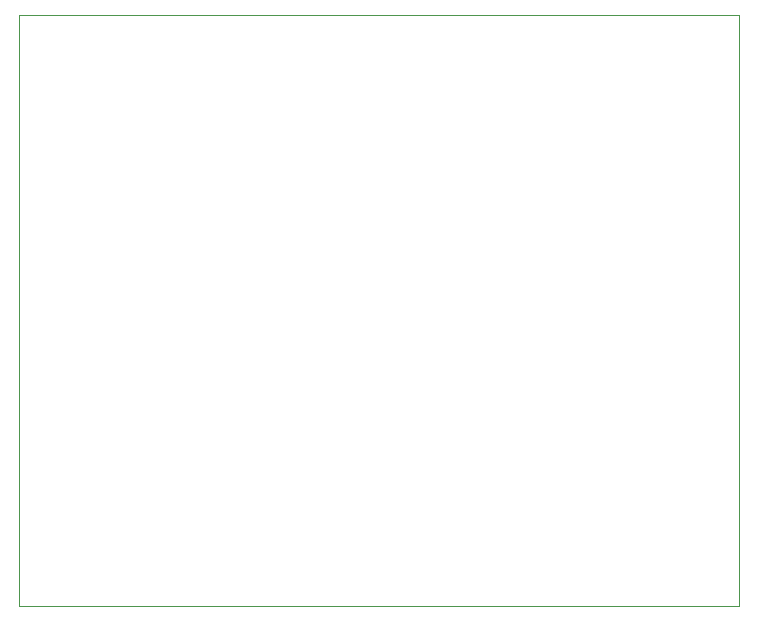
<source format=gbr>
%TF.GenerationSoftware,KiCad,Pcbnew,8.0.1*%
%TF.CreationDate,2024-03-26T18:20:05+01:00*%
%TF.ProjectId,TDA7294V,54444137-3239-4345-962e-6b696361645f,rev?*%
%TF.SameCoordinates,Original*%
%TF.FileFunction,Profile,NP*%
%FSLAX46Y46*%
G04 Gerber Fmt 4.6, Leading zero omitted, Abs format (unit mm)*
G04 Created by KiCad (PCBNEW 8.0.1) date 2024-03-26 18:20:05*
%MOMM*%
%LPD*%
G01*
G04 APERTURE LIST*
%TA.AperFunction,Profile*%
%ADD10C,0.100000*%
%TD*%
G04 APERTURE END LIST*
D10*
X179000000Y-88000000D02*
X179000000Y-38000000D01*
X118000000Y-38000000D02*
X118000000Y-88000000D01*
X179000000Y-38000000D02*
X118000000Y-38000000D01*
X118000000Y-88000000D02*
X179000000Y-88000000D01*
M02*

</source>
